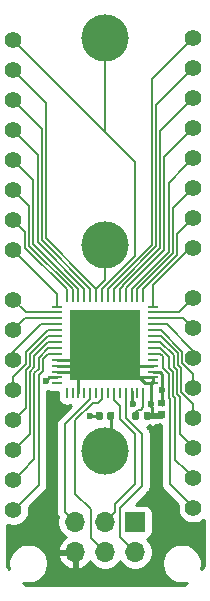
<source format=gbr>
G04 #@! TF.GenerationSoftware,KiCad,Pcbnew,5.1.5-52549c5~84~ubuntu18.04.1*
G04 #@! TF.CreationDate,2020-01-13T22:36:15-08:00*
G04 #@! TF.ProjectId,somos_wristband_1.0,736f6d6f-735f-4777-9269-737462616e64,rev?*
G04 #@! TF.SameCoordinates,Original*
G04 #@! TF.FileFunction,Copper,L1,Top*
G04 #@! TF.FilePolarity,Positive*
%FSLAX46Y46*%
G04 Gerber Fmt 4.6, Leading zero omitted, Abs format (unit mm)*
G04 Created by KiCad (PCBNEW 5.1.5-52549c5~84~ubuntu18.04.1) date 2020-01-13 22:36:15*
%MOMM*%
%LPD*%
G04 APERTURE LIST*
%ADD10C,4.000000*%
%ADD11C,1.400000*%
%ADD12C,0.100000*%
%ADD13R,6.000000X6.000000*%
%ADD14R,0.900000X0.250000*%
%ADD15R,0.250000X0.900000*%
%ADD16O,1.700000X1.700000*%
%ADD17R,1.700000X1.700000*%
%ADD18C,0.600000*%
%ADD19C,0.250000*%
%ADD20C,0.200000*%
%ADD21C,0.254000*%
G04 APERTURE END LIST*
D10*
X150000000Y-118000000D03*
D11*
X142240000Y-105220000D03*
X142240000Y-107760000D03*
X142240000Y-110300000D03*
X142240000Y-112840000D03*
X142240000Y-115380000D03*
X142240000Y-117920000D03*
X142240000Y-120460000D03*
X142240000Y-123000000D03*
G04 #@! TA.AperFunction,SMDPad,CuDef*
D12*
G36*
X153731958Y-114680710D02*
G01*
X153746276Y-114682834D01*
X153760317Y-114686351D01*
X153773946Y-114691228D01*
X153787031Y-114697417D01*
X153799447Y-114704858D01*
X153811073Y-114713481D01*
X153821798Y-114723202D01*
X153831519Y-114733927D01*
X153840142Y-114745553D01*
X153847583Y-114757969D01*
X153853772Y-114771054D01*
X153858649Y-114784683D01*
X153862166Y-114798724D01*
X153864290Y-114813042D01*
X153865000Y-114827500D01*
X153865000Y-115172500D01*
X153864290Y-115186958D01*
X153862166Y-115201276D01*
X153858649Y-115215317D01*
X153853772Y-115228946D01*
X153847583Y-115242031D01*
X153840142Y-115254447D01*
X153831519Y-115266073D01*
X153821798Y-115276798D01*
X153811073Y-115286519D01*
X153799447Y-115295142D01*
X153787031Y-115302583D01*
X153773946Y-115308772D01*
X153760317Y-115313649D01*
X153746276Y-115317166D01*
X153731958Y-115319290D01*
X153717500Y-115320000D01*
X153422500Y-115320000D01*
X153408042Y-115319290D01*
X153393724Y-115317166D01*
X153379683Y-115313649D01*
X153366054Y-115308772D01*
X153352969Y-115302583D01*
X153340553Y-115295142D01*
X153328927Y-115286519D01*
X153318202Y-115276798D01*
X153308481Y-115266073D01*
X153299858Y-115254447D01*
X153292417Y-115242031D01*
X153286228Y-115228946D01*
X153281351Y-115215317D01*
X153277834Y-115201276D01*
X153275710Y-115186958D01*
X153275000Y-115172500D01*
X153275000Y-114827500D01*
X153275710Y-114813042D01*
X153277834Y-114798724D01*
X153281351Y-114784683D01*
X153286228Y-114771054D01*
X153292417Y-114757969D01*
X153299858Y-114745553D01*
X153308481Y-114733927D01*
X153318202Y-114723202D01*
X153328927Y-114713481D01*
X153340553Y-114704858D01*
X153352969Y-114697417D01*
X153366054Y-114691228D01*
X153379683Y-114686351D01*
X153393724Y-114682834D01*
X153408042Y-114680710D01*
X153422500Y-114680000D01*
X153717500Y-114680000D01*
X153731958Y-114680710D01*
G37*
G04 #@! TD.AperFunction*
G04 #@! TA.AperFunction,SMDPad,CuDef*
G36*
X152761958Y-114680710D02*
G01*
X152776276Y-114682834D01*
X152790317Y-114686351D01*
X152803946Y-114691228D01*
X152817031Y-114697417D01*
X152829447Y-114704858D01*
X152841073Y-114713481D01*
X152851798Y-114723202D01*
X152861519Y-114733927D01*
X152870142Y-114745553D01*
X152877583Y-114757969D01*
X152883772Y-114771054D01*
X152888649Y-114784683D01*
X152892166Y-114798724D01*
X152894290Y-114813042D01*
X152895000Y-114827500D01*
X152895000Y-115172500D01*
X152894290Y-115186958D01*
X152892166Y-115201276D01*
X152888649Y-115215317D01*
X152883772Y-115228946D01*
X152877583Y-115242031D01*
X152870142Y-115254447D01*
X152861519Y-115266073D01*
X152851798Y-115276798D01*
X152841073Y-115286519D01*
X152829447Y-115295142D01*
X152817031Y-115302583D01*
X152803946Y-115308772D01*
X152790317Y-115313649D01*
X152776276Y-115317166D01*
X152761958Y-115319290D01*
X152747500Y-115320000D01*
X152452500Y-115320000D01*
X152438042Y-115319290D01*
X152423724Y-115317166D01*
X152409683Y-115313649D01*
X152396054Y-115308772D01*
X152382969Y-115302583D01*
X152370553Y-115295142D01*
X152358927Y-115286519D01*
X152348202Y-115276798D01*
X152338481Y-115266073D01*
X152329858Y-115254447D01*
X152322417Y-115242031D01*
X152316228Y-115228946D01*
X152311351Y-115215317D01*
X152307834Y-115201276D01*
X152305710Y-115186958D01*
X152305000Y-115172500D01*
X152305000Y-114827500D01*
X152305710Y-114813042D01*
X152307834Y-114798724D01*
X152311351Y-114784683D01*
X152316228Y-114771054D01*
X152322417Y-114757969D01*
X152329858Y-114745553D01*
X152338481Y-114733927D01*
X152348202Y-114723202D01*
X152358927Y-114713481D01*
X152370553Y-114704858D01*
X152382969Y-114697417D01*
X152396054Y-114691228D01*
X152409683Y-114686351D01*
X152423724Y-114682834D01*
X152438042Y-114680710D01*
X152452500Y-114680000D01*
X152747500Y-114680000D01*
X152761958Y-114680710D01*
G37*
G04 #@! TD.AperFunction*
D10*
X150000000Y-83000000D03*
D13*
X150000000Y-109000000D03*
D14*
X154050000Y-105750000D03*
X154050000Y-106250000D03*
X154050000Y-106750000D03*
X154050000Y-107250000D03*
X154050000Y-107750000D03*
X154050000Y-108250000D03*
X154050000Y-108750000D03*
X154050000Y-109250000D03*
X154050000Y-109750000D03*
X154050000Y-110250000D03*
X154050000Y-110750000D03*
X154050000Y-111250000D03*
X154050000Y-111750000D03*
X154050000Y-112250000D03*
X145950000Y-112250000D03*
X145950000Y-111750000D03*
X145950000Y-111250000D03*
X145950000Y-110750000D03*
X145950000Y-110250000D03*
X145950000Y-109750000D03*
X145950000Y-109250000D03*
X145950000Y-108750000D03*
X145950000Y-108250000D03*
X145950000Y-107750000D03*
X145950000Y-107250000D03*
X145950000Y-106750000D03*
X145950000Y-106250000D03*
X145950000Y-105750000D03*
D15*
X153250000Y-113050000D03*
X152750000Y-113050000D03*
X152250000Y-113050000D03*
X151750000Y-113050000D03*
X151250000Y-113050000D03*
X150750000Y-113050000D03*
X150250000Y-113050000D03*
X149750000Y-113050000D03*
X149250000Y-113050000D03*
X148750000Y-113050000D03*
X148250000Y-113050000D03*
X147750000Y-113050000D03*
X147250000Y-113050000D03*
X146750000Y-113050000D03*
X146750000Y-104950000D03*
X147250000Y-104950000D03*
X147750000Y-104950000D03*
X148250000Y-104950000D03*
X148750000Y-104950000D03*
X149250000Y-104950000D03*
X149750000Y-104950000D03*
X150250000Y-104950000D03*
X150750000Y-104950000D03*
X151250000Y-104950000D03*
X151750000Y-104950000D03*
X152250000Y-104950000D03*
X152750000Y-104950000D03*
X153250000Y-104950000D03*
D10*
X150000000Y-100500000D03*
G04 #@! TA.AperFunction,SMDPad,CuDef*
D12*
G36*
X150646958Y-114680710D02*
G01*
X150661276Y-114682834D01*
X150675317Y-114686351D01*
X150688946Y-114691228D01*
X150702031Y-114697417D01*
X150714447Y-114704858D01*
X150726073Y-114713481D01*
X150736798Y-114723202D01*
X150746519Y-114733927D01*
X150755142Y-114745553D01*
X150762583Y-114757969D01*
X150768772Y-114771054D01*
X150773649Y-114784683D01*
X150777166Y-114798724D01*
X150779290Y-114813042D01*
X150780000Y-114827500D01*
X150780000Y-115172500D01*
X150779290Y-115186958D01*
X150777166Y-115201276D01*
X150773649Y-115215317D01*
X150768772Y-115228946D01*
X150762583Y-115242031D01*
X150755142Y-115254447D01*
X150746519Y-115266073D01*
X150736798Y-115276798D01*
X150726073Y-115286519D01*
X150714447Y-115295142D01*
X150702031Y-115302583D01*
X150688946Y-115308772D01*
X150675317Y-115313649D01*
X150661276Y-115317166D01*
X150646958Y-115319290D01*
X150632500Y-115320000D01*
X150337500Y-115320000D01*
X150323042Y-115319290D01*
X150308724Y-115317166D01*
X150294683Y-115313649D01*
X150281054Y-115308772D01*
X150267969Y-115302583D01*
X150255553Y-115295142D01*
X150243927Y-115286519D01*
X150233202Y-115276798D01*
X150223481Y-115266073D01*
X150214858Y-115254447D01*
X150207417Y-115242031D01*
X150201228Y-115228946D01*
X150196351Y-115215317D01*
X150192834Y-115201276D01*
X150190710Y-115186958D01*
X150190000Y-115172500D01*
X150190000Y-114827500D01*
X150190710Y-114813042D01*
X150192834Y-114798724D01*
X150196351Y-114784683D01*
X150201228Y-114771054D01*
X150207417Y-114757969D01*
X150214858Y-114745553D01*
X150223481Y-114733927D01*
X150233202Y-114723202D01*
X150243927Y-114713481D01*
X150255553Y-114704858D01*
X150267969Y-114697417D01*
X150281054Y-114691228D01*
X150294683Y-114686351D01*
X150308724Y-114682834D01*
X150323042Y-114680710D01*
X150337500Y-114680000D01*
X150632500Y-114680000D01*
X150646958Y-114680710D01*
G37*
G04 #@! TD.AperFunction*
G04 #@! TA.AperFunction,SMDPad,CuDef*
G36*
X149676958Y-114680710D02*
G01*
X149691276Y-114682834D01*
X149705317Y-114686351D01*
X149718946Y-114691228D01*
X149732031Y-114697417D01*
X149744447Y-114704858D01*
X149756073Y-114713481D01*
X149766798Y-114723202D01*
X149776519Y-114733927D01*
X149785142Y-114745553D01*
X149792583Y-114757969D01*
X149798772Y-114771054D01*
X149803649Y-114784683D01*
X149807166Y-114798724D01*
X149809290Y-114813042D01*
X149810000Y-114827500D01*
X149810000Y-115172500D01*
X149809290Y-115186958D01*
X149807166Y-115201276D01*
X149803649Y-115215317D01*
X149798772Y-115228946D01*
X149792583Y-115242031D01*
X149785142Y-115254447D01*
X149776519Y-115266073D01*
X149766798Y-115276798D01*
X149756073Y-115286519D01*
X149744447Y-115295142D01*
X149732031Y-115302583D01*
X149718946Y-115308772D01*
X149705317Y-115313649D01*
X149691276Y-115317166D01*
X149676958Y-115319290D01*
X149662500Y-115320000D01*
X149367500Y-115320000D01*
X149353042Y-115319290D01*
X149338724Y-115317166D01*
X149324683Y-115313649D01*
X149311054Y-115308772D01*
X149297969Y-115302583D01*
X149285553Y-115295142D01*
X149273927Y-115286519D01*
X149263202Y-115276798D01*
X149253481Y-115266073D01*
X149244858Y-115254447D01*
X149237417Y-115242031D01*
X149231228Y-115228946D01*
X149226351Y-115215317D01*
X149222834Y-115201276D01*
X149220710Y-115186958D01*
X149220000Y-115172500D01*
X149220000Y-114827500D01*
X149220710Y-114813042D01*
X149222834Y-114798724D01*
X149226351Y-114784683D01*
X149231228Y-114771054D01*
X149237417Y-114757969D01*
X149244858Y-114745553D01*
X149253481Y-114733927D01*
X149263202Y-114723202D01*
X149273927Y-114713481D01*
X149285553Y-114704858D01*
X149297969Y-114697417D01*
X149311054Y-114691228D01*
X149324683Y-114686351D01*
X149338724Y-114682834D01*
X149353042Y-114680710D01*
X149367500Y-114680000D01*
X149662500Y-114680000D01*
X149676958Y-114680710D01*
G37*
G04 #@! TD.AperFunction*
G04 #@! TA.AperFunction,SMDPad,CuDef*
G36*
X154986958Y-113620710D02*
G01*
X155001276Y-113622834D01*
X155015317Y-113626351D01*
X155028946Y-113631228D01*
X155042031Y-113637417D01*
X155054447Y-113644858D01*
X155066073Y-113653481D01*
X155076798Y-113663202D01*
X155086519Y-113673927D01*
X155095142Y-113685553D01*
X155102583Y-113697969D01*
X155108772Y-113711054D01*
X155113649Y-113724683D01*
X155117166Y-113738724D01*
X155119290Y-113753042D01*
X155120000Y-113767500D01*
X155120000Y-114062500D01*
X155119290Y-114076958D01*
X155117166Y-114091276D01*
X155113649Y-114105317D01*
X155108772Y-114118946D01*
X155102583Y-114132031D01*
X155095142Y-114144447D01*
X155086519Y-114156073D01*
X155076798Y-114166798D01*
X155066073Y-114176519D01*
X155054447Y-114185142D01*
X155042031Y-114192583D01*
X155028946Y-114198772D01*
X155015317Y-114203649D01*
X155001276Y-114207166D01*
X154986958Y-114209290D01*
X154972500Y-114210000D01*
X154627500Y-114210000D01*
X154613042Y-114209290D01*
X154598724Y-114207166D01*
X154584683Y-114203649D01*
X154571054Y-114198772D01*
X154557969Y-114192583D01*
X154545553Y-114185142D01*
X154533927Y-114176519D01*
X154523202Y-114166798D01*
X154513481Y-114156073D01*
X154504858Y-114144447D01*
X154497417Y-114132031D01*
X154491228Y-114118946D01*
X154486351Y-114105317D01*
X154482834Y-114091276D01*
X154480710Y-114076958D01*
X154480000Y-114062500D01*
X154480000Y-113767500D01*
X154480710Y-113753042D01*
X154482834Y-113738724D01*
X154486351Y-113724683D01*
X154491228Y-113711054D01*
X154497417Y-113697969D01*
X154504858Y-113685553D01*
X154513481Y-113673927D01*
X154523202Y-113663202D01*
X154533927Y-113653481D01*
X154545553Y-113644858D01*
X154557969Y-113637417D01*
X154571054Y-113631228D01*
X154584683Y-113626351D01*
X154598724Y-113622834D01*
X154613042Y-113620710D01*
X154627500Y-113620000D01*
X154972500Y-113620000D01*
X154986958Y-113620710D01*
G37*
G04 #@! TD.AperFunction*
G04 #@! TA.AperFunction,SMDPad,CuDef*
G36*
X154986958Y-114590710D02*
G01*
X155001276Y-114592834D01*
X155015317Y-114596351D01*
X155028946Y-114601228D01*
X155042031Y-114607417D01*
X155054447Y-114614858D01*
X155066073Y-114623481D01*
X155076798Y-114633202D01*
X155086519Y-114643927D01*
X155095142Y-114655553D01*
X155102583Y-114667969D01*
X155108772Y-114681054D01*
X155113649Y-114694683D01*
X155117166Y-114708724D01*
X155119290Y-114723042D01*
X155120000Y-114737500D01*
X155120000Y-115032500D01*
X155119290Y-115046958D01*
X155117166Y-115061276D01*
X155113649Y-115075317D01*
X155108772Y-115088946D01*
X155102583Y-115102031D01*
X155095142Y-115114447D01*
X155086519Y-115126073D01*
X155076798Y-115136798D01*
X155066073Y-115146519D01*
X155054447Y-115155142D01*
X155042031Y-115162583D01*
X155028946Y-115168772D01*
X155015317Y-115173649D01*
X155001276Y-115177166D01*
X154986958Y-115179290D01*
X154972500Y-115180000D01*
X154627500Y-115180000D01*
X154613042Y-115179290D01*
X154598724Y-115177166D01*
X154584683Y-115173649D01*
X154571054Y-115168772D01*
X154557969Y-115162583D01*
X154545553Y-115155142D01*
X154533927Y-115146519D01*
X154523202Y-115136798D01*
X154513481Y-115126073D01*
X154504858Y-115114447D01*
X154497417Y-115102031D01*
X154491228Y-115088946D01*
X154486351Y-115075317D01*
X154482834Y-115061276D01*
X154480710Y-115046958D01*
X154480000Y-115032500D01*
X154480000Y-114737500D01*
X154480710Y-114723042D01*
X154482834Y-114708724D01*
X154486351Y-114694683D01*
X154491228Y-114681054D01*
X154497417Y-114667969D01*
X154504858Y-114655553D01*
X154513481Y-114643927D01*
X154523202Y-114633202D01*
X154533927Y-114623481D01*
X154545553Y-114614858D01*
X154557969Y-114607417D01*
X154571054Y-114601228D01*
X154584683Y-114596351D01*
X154598724Y-114592834D01*
X154613042Y-114590710D01*
X154627500Y-114590000D01*
X154972500Y-114590000D01*
X154986958Y-114590710D01*
G37*
G04 #@! TD.AperFunction*
D16*
X147460000Y-126540000D03*
X147460000Y-124000000D03*
X150000000Y-126540000D03*
X150000000Y-124000000D03*
X152540000Y-126540000D03*
D17*
X152540000Y-124000000D03*
D11*
X142240000Y-83220000D03*
X142240000Y-85760000D03*
X142240000Y-88300000D03*
X142240000Y-90840000D03*
X142240000Y-93380000D03*
X142240000Y-95920000D03*
X142240000Y-98460000D03*
X142240000Y-101000000D03*
X157480000Y-100780000D03*
X157480000Y-98240000D03*
X157480000Y-95700000D03*
X157480000Y-93160000D03*
X157480000Y-90620000D03*
X157480000Y-88080000D03*
X157480000Y-85540000D03*
X157480000Y-83000000D03*
X157480000Y-122780000D03*
X157480000Y-120240000D03*
X157480000Y-117700000D03*
X157480000Y-115160000D03*
X157480000Y-112620000D03*
X157480000Y-110080000D03*
X157480000Y-107540000D03*
X157480000Y-105000000D03*
D18*
X152350000Y-114000000D03*
X144970500Y-112014000D03*
X148718351Y-115020192D03*
X154798957Y-112800000D03*
X150000000Y-109000000D03*
X148000000Y-107000000D03*
X150000000Y-109000000D03*
X152000000Y-107000000D03*
X152000000Y-111000000D03*
X148000000Y-111000000D03*
X153860500Y-113982500D03*
D19*
X152250000Y-112950000D02*
X152299999Y-112900001D01*
X152250000Y-113050000D02*
X152250000Y-112950000D01*
X152250000Y-113050000D02*
X152250000Y-113900000D01*
X152250000Y-113900000D02*
X152350000Y-114000000D01*
X145950000Y-111750000D02*
X145234500Y-111750000D01*
X145234500Y-111750000D02*
X144970500Y-112014000D01*
X149515000Y-115000000D02*
X148738543Y-115000000D01*
X148738543Y-115000000D02*
X148718351Y-115020192D01*
X154798957Y-114113957D02*
X154798957Y-113224264D01*
X154798957Y-113224264D02*
X154798957Y-112800000D01*
X154800000Y-114115000D02*
X154798957Y-114113957D01*
X154050000Y-111250000D02*
X154627296Y-111250000D01*
X154825001Y-111447705D02*
X154825001Y-112773956D01*
X154825001Y-112773956D02*
X154798957Y-112800000D01*
X154627296Y-111250000D02*
X154825001Y-111447705D01*
X154050000Y-111750000D02*
X154050000Y-112250000D01*
X150485000Y-117515000D02*
X150485000Y-115000000D01*
X150000000Y-118000000D02*
X150485000Y-117515000D01*
X150000000Y-109000000D02*
X152000000Y-107000000D01*
X150000000Y-109000000D02*
X152000000Y-111000000D01*
X150000000Y-109000000D02*
X148000000Y-111000000D01*
X148250000Y-110750000D02*
X150000000Y-109000000D01*
X145950000Y-110750000D02*
X148250000Y-110750000D01*
X148750000Y-110250000D02*
X150000000Y-109000000D01*
X145950000Y-110250000D02*
X148750000Y-110250000D01*
X147750000Y-111250000D02*
X148000000Y-111000000D01*
X145950000Y-111250000D02*
X147750000Y-111250000D01*
X147750000Y-111250000D02*
X150000000Y-109000000D01*
X147750000Y-113050000D02*
X147750000Y-111250000D01*
X151750000Y-110750000D02*
X150000000Y-109000000D01*
X154050000Y-110750000D02*
X151750000Y-110750000D01*
X152750000Y-111750000D02*
X150000000Y-109000000D01*
X154050000Y-111750000D02*
X152750000Y-111750000D01*
X150100000Y-109000000D02*
X150000000Y-109000000D01*
X153350000Y-112250000D02*
X150100000Y-109000000D01*
X154050000Y-112250000D02*
X153350000Y-112250000D01*
X153865000Y-115000000D02*
X153570000Y-115000000D01*
X153985000Y-114880000D02*
X153865000Y-115000000D01*
X154190000Y-115085000D02*
X154800000Y-115085000D01*
X153985000Y-114880000D02*
X154190000Y-115085000D01*
X153985000Y-114500000D02*
X153985000Y-114880000D01*
X153860500Y-113982500D02*
X153985000Y-114500000D01*
X153860500Y-112458500D02*
X153985000Y-112015000D01*
X153860500Y-113982500D02*
X153860500Y-112458500D01*
D20*
X153250000Y-114265000D02*
X153250000Y-113050000D01*
X153015000Y-114500000D02*
X153250000Y-114265000D01*
X152600000Y-114680000D02*
X152600000Y-115000000D01*
X152780000Y-114500000D02*
X152600000Y-114680000D01*
X153015000Y-114500000D02*
X152780000Y-114500000D01*
X151750000Y-115150000D02*
X153163410Y-116563410D01*
X151750000Y-113050000D02*
X151750000Y-115150000D01*
X153163410Y-116563410D02*
X153163410Y-120902590D01*
X153163410Y-120902590D02*
X151300009Y-122765991D01*
X151300009Y-122765991D02*
X151300009Y-125300009D01*
X151690001Y-125690001D02*
X152540000Y-126540000D01*
X151300009Y-125300009D02*
X151690001Y-125690001D01*
X150849999Y-123150001D02*
X150849999Y-122454001D01*
X150750000Y-113700000D02*
X150750000Y-113050000D01*
X151257000Y-114207000D02*
X150750000Y-113700000D01*
X150849999Y-122454001D02*
X152527000Y-120777000D01*
X150000000Y-124000000D02*
X150849999Y-123150001D01*
X152527000Y-120777000D02*
X152527000Y-116527000D01*
X152527000Y-116527000D02*
X151257000Y-115257000D01*
X151257000Y-115257000D02*
X151257000Y-114207000D01*
X149150001Y-125690001D02*
X150000000Y-126540000D01*
X148824999Y-122916999D02*
X148824999Y-125364999D01*
X147500000Y-121592000D02*
X148824999Y-122916999D01*
X147500000Y-115390000D02*
X147500000Y-121592000D01*
X148971000Y-113919000D02*
X147500000Y-115390000D01*
X148824999Y-125364999D02*
X149150001Y-125690001D01*
X149406002Y-113919000D02*
X148971000Y-113919000D01*
X149750000Y-113050000D02*
X149750000Y-113575002D01*
X149750000Y-113575002D02*
X149406002Y-113919000D01*
X148750000Y-113555010D02*
X148750000Y-113050000D01*
X146610001Y-115695009D02*
X148750000Y-113555010D01*
X146610001Y-123150001D02*
X146610001Y-115695009D01*
X147460000Y-124000000D02*
X146610001Y-123150001D01*
X144370498Y-120869502D02*
X142939999Y-122300001D01*
X145950000Y-109750000D02*
X145202500Y-109750000D01*
X142939999Y-122300001D02*
X142240000Y-123000000D01*
X145202500Y-109750000D02*
X144739540Y-110212960D01*
X144739540Y-110212960D02*
X144739540Y-111186425D01*
X144739540Y-111186425D02*
X144370498Y-111555464D01*
X144370498Y-111555464D02*
X144370498Y-120869502D01*
X144015487Y-118684513D02*
X142939999Y-119760001D01*
X144384529Y-111039375D02*
X144015487Y-111408414D01*
X145950000Y-109250000D02*
X145200439Y-109250000D01*
X144384529Y-110065910D02*
X144384529Y-111039375D01*
X145200439Y-109250000D02*
X144384529Y-110065910D01*
X144015487Y-111408414D02*
X144015487Y-118684513D01*
X142939999Y-119760001D02*
X142240000Y-120460000D01*
X145950000Y-108750000D02*
X145198378Y-108750000D01*
X142939999Y-117220001D02*
X142240000Y-117920000D01*
X143660476Y-111261364D02*
X143660476Y-116499524D01*
X144029518Y-109918860D02*
X144029518Y-110892324D01*
X144029518Y-110892324D02*
X143660476Y-111261364D01*
X143660476Y-116499524D02*
X142939999Y-117220001D01*
X145198378Y-108750000D02*
X144029518Y-109918860D01*
X142939999Y-114680001D02*
X142240000Y-115380000D01*
X143305465Y-111114314D02*
X143305465Y-114314535D01*
X143305465Y-114314535D02*
X142939999Y-114680001D01*
X143674507Y-110745273D02*
X143305465Y-111114314D01*
X143674507Y-109771810D02*
X143674507Y-110745273D01*
X145950000Y-108250000D02*
X145196317Y-108250000D01*
X145196317Y-108250000D02*
X143674507Y-109771810D01*
X145950000Y-107750000D02*
X145194256Y-107750000D01*
X143319496Y-110598223D02*
X142240000Y-111677719D01*
X145194256Y-107750000D02*
X143319496Y-109624760D01*
X143319496Y-109624760D02*
X143319496Y-110598223D01*
X142240000Y-111850051D02*
X142240000Y-112840000D01*
X142240000Y-111677719D02*
X142240000Y-111850051D01*
X144613589Y-107250000D02*
X142240000Y-109623589D01*
X142240000Y-109623589D02*
X142240000Y-110300000D01*
X145950000Y-107250000D02*
X144613589Y-107250000D01*
X143250000Y-106750000D02*
X142240000Y-107760000D01*
X145950000Y-106750000D02*
X143250000Y-106750000D01*
X143270000Y-106250000D02*
X142240000Y-105220000D01*
X145950000Y-106250000D02*
X143270000Y-106250000D01*
X147000000Y-87980000D02*
X142240000Y-83220000D01*
X150000000Y-90980000D02*
X147000000Y-87980000D01*
X150000000Y-90980000D02*
X150000000Y-83000000D01*
X149750000Y-104950000D02*
X149750000Y-104256788D01*
X150474945Y-103509071D02*
X152500000Y-101484016D01*
X152500000Y-101484016D02*
X152500000Y-93480000D01*
X150474945Y-103531843D02*
X150474945Y-103509071D01*
X152500000Y-93480000D02*
X150000000Y-90980000D01*
X149750000Y-104256788D02*
X150474945Y-103531843D01*
X149250000Y-104950000D02*
X149250000Y-104250002D01*
X150000000Y-103500000D02*
X150000000Y-100000000D01*
X149250000Y-104250002D02*
X149250000Y-104250000D01*
X149250000Y-104250000D02*
X150000000Y-103500000D01*
X149250000Y-104250002D02*
X149250000Y-104242929D01*
X148507072Y-103500001D02*
X148499999Y-103500001D01*
X149250000Y-104242929D02*
X148507072Y-103500001D01*
X142939999Y-86459999D02*
X142240000Y-85760000D01*
X145000000Y-88520000D02*
X142939999Y-86459999D01*
X148500000Y-103478500D02*
X145000000Y-99978500D01*
X148500000Y-103500000D02*
X148500000Y-103478500D01*
X145000000Y-99978500D02*
X145000000Y-88520000D01*
X148750000Y-104950000D02*
X148750000Y-104252061D01*
X148750000Y-104252061D02*
X144644989Y-100147050D01*
X144644989Y-100147050D02*
X144644989Y-90704989D01*
X144644989Y-90704989D02*
X142939999Y-88999999D01*
X142939999Y-88999999D02*
X142240000Y-88300000D01*
X148250000Y-104254122D02*
X144289978Y-100294100D01*
X144289978Y-100294100D02*
X144289978Y-92889978D01*
X142939999Y-91539999D02*
X142240000Y-90840000D01*
X144289978Y-92889978D02*
X142939999Y-91539999D01*
X148250000Y-104950000D02*
X148250000Y-104254122D01*
X147750000Y-104256182D02*
X143934967Y-100441149D01*
X142939999Y-94079999D02*
X142240000Y-93380000D01*
X143934967Y-95074967D02*
X142939999Y-94079999D01*
X143934967Y-100441149D02*
X143934967Y-95074967D01*
X147750000Y-104950000D02*
X147750000Y-104256182D01*
X147250000Y-104950000D02*
X147250000Y-104258245D01*
X142939999Y-96619999D02*
X142240000Y-95920000D01*
X143579956Y-100588201D02*
X143579956Y-97259956D01*
X147250000Y-104258245D02*
X143579956Y-100588201D01*
X143579956Y-97259956D02*
X142939999Y-96619999D01*
X146750000Y-104300000D02*
X143224945Y-100774945D01*
X142939999Y-99159999D02*
X142240000Y-98460000D01*
X143224945Y-100774945D02*
X143224945Y-99444945D01*
X143224945Y-99444945D02*
X142939999Y-99159999D01*
X146750000Y-104950000D02*
X146750000Y-104300000D01*
X145950000Y-105750000D02*
X145950000Y-104710000D01*
X145950000Y-104710000D02*
X142939999Y-101699999D01*
X142939999Y-101699999D02*
X142240000Y-101000000D01*
X150250000Y-104950000D02*
X150250000Y-104258849D01*
X150250000Y-104258849D02*
X150829956Y-103678893D01*
X150829956Y-103656126D02*
X153970000Y-100516082D01*
X150829956Y-103678893D02*
X150829956Y-103656126D01*
X153970000Y-100516082D02*
X153970000Y-86510000D01*
X153970000Y-86510000D02*
X156780001Y-83699999D01*
X156780001Y-83699999D02*
X157480000Y-83000000D01*
X151184967Y-103803175D02*
X154325011Y-100663131D01*
X154325011Y-88694989D02*
X156780001Y-86239999D01*
X154325011Y-100663131D02*
X154325011Y-88694989D01*
X156780001Y-86239999D02*
X157480000Y-85540000D01*
X150750000Y-104260910D02*
X151184967Y-103825943D01*
X150750000Y-104950000D02*
X150750000Y-104260910D01*
X151184967Y-103825943D02*
X151184967Y-103803175D01*
X151539978Y-103950223D02*
X154680022Y-100810179D01*
X156780001Y-88779999D02*
X157480000Y-88080000D01*
X151250000Y-104950000D02*
X151250000Y-104262970D01*
X151539978Y-103972992D02*
X151539978Y-103950223D01*
X151250000Y-104262970D02*
X151539978Y-103972992D01*
X154680022Y-90879978D02*
X156780001Y-88779999D01*
X154680022Y-100810179D02*
X154680022Y-90879978D01*
X155035033Y-100957227D02*
X155035033Y-93064967D01*
X151750000Y-104265030D02*
X151894989Y-104120041D01*
X151750000Y-104950000D02*
X151750000Y-104265030D01*
X155035033Y-93064967D02*
X156780001Y-91319999D01*
X151894989Y-104097271D02*
X155035033Y-100957227D01*
X151894989Y-104120041D02*
X151894989Y-104097271D01*
X156780001Y-91319999D02*
X157480000Y-90620000D01*
X152250000Y-104950000D02*
X152250000Y-104244320D01*
X155390044Y-101104276D02*
X155390044Y-95249956D01*
X152250000Y-104244320D02*
X155390044Y-101104276D01*
X156780001Y-93859999D02*
X157480000Y-93160000D01*
X155390044Y-95249956D02*
X156780001Y-93859999D01*
X155745055Y-101251325D02*
X155745055Y-97434945D01*
X156780001Y-96399999D02*
X157480000Y-95700000D01*
X152750000Y-104950000D02*
X152750000Y-104246380D01*
X152750000Y-104246380D02*
X155745055Y-101251325D01*
X155745055Y-97434945D02*
X156780001Y-96399999D01*
X156100066Y-101398374D02*
X156100066Y-99619934D01*
X153250000Y-104950000D02*
X153250000Y-104248440D01*
X153250000Y-104248440D02*
X156100066Y-101398374D01*
X156780001Y-98939999D02*
X157480000Y-98240000D01*
X156100066Y-99619934D02*
X156780001Y-98939999D01*
X157220500Y-100780000D02*
X157480000Y-100780000D01*
X154050000Y-103950500D02*
X157220500Y-100780000D01*
X154050000Y-105750000D02*
X154050000Y-103950500D01*
X155479969Y-113539554D02*
X155479969Y-120779969D01*
X155398967Y-111420615D02*
X155398967Y-113458552D01*
X154916959Y-110921331D02*
X155104957Y-111109329D01*
X156780001Y-122080001D02*
X157480000Y-122780000D01*
X154050000Y-109750000D02*
X154691762Y-109750000D01*
X155104957Y-111109329D02*
X155104958Y-111126607D01*
X154916959Y-109975197D02*
X154916959Y-110921331D01*
X155104958Y-111126607D02*
X155398967Y-111420615D01*
X155398967Y-113458552D02*
X155479969Y-113539554D01*
X155479969Y-120779969D02*
X156780001Y-122080001D01*
X154691762Y-109750000D02*
X154916959Y-109975197D01*
X154693822Y-109250000D02*
X155459968Y-110016146D01*
X156780001Y-119540001D02*
X157480000Y-120240000D01*
X155753978Y-111273564D02*
X155753978Y-113311502D01*
X155459968Y-110979555D02*
X155753978Y-111273564D01*
X155753978Y-113311502D02*
X155950011Y-113507535D01*
X155459968Y-110016146D02*
X155459968Y-110979555D01*
X155950011Y-113507535D02*
X155950011Y-118710011D01*
X155950011Y-118710011D02*
X156780001Y-119540001D01*
X154050000Y-109250000D02*
X154693822Y-109250000D01*
X154050000Y-108750000D02*
X154695882Y-108750000D01*
X154695882Y-108750000D02*
X155814977Y-109869095D01*
X155814977Y-109869095D02*
X155814978Y-110832503D01*
X156108989Y-113164452D02*
X156350011Y-113405474D01*
X155814978Y-110832503D02*
X156108989Y-111126513D01*
X156350011Y-113405474D02*
X156350011Y-116570011D01*
X156350011Y-116570011D02*
X156780001Y-117000001D01*
X156108989Y-111126513D02*
X156108989Y-113164452D01*
X156780001Y-117000001D02*
X157480000Y-117700000D01*
X154050000Y-108250000D02*
X154700000Y-108250000D01*
X157480000Y-114170051D02*
X157480000Y-115160000D01*
X156464000Y-110979462D02*
X156464000Y-113010002D01*
X154700000Y-108250000D02*
X156169988Y-109719988D01*
X156169988Y-109719988D02*
X156169988Y-110685451D01*
X156169988Y-110685451D02*
X156464000Y-110979462D01*
X157480000Y-114026002D02*
X157480000Y-114170051D01*
X156464000Y-113010002D02*
X157480000Y-114026002D01*
X156524999Y-110538401D02*
X157480000Y-111493402D01*
X157480000Y-111493402D02*
X157480000Y-111630051D01*
X156524999Y-109572940D02*
X156524999Y-110538401D01*
X154050000Y-107750000D02*
X154702059Y-107750000D01*
X154702059Y-107750000D02*
X156524999Y-109572940D01*
X157480000Y-111630051D02*
X157480000Y-112620000D01*
X154050000Y-107250000D02*
X155250000Y-107250000D01*
X157480000Y-109480000D02*
X157480000Y-110080000D01*
X155250000Y-107250000D02*
X157480000Y-109480000D01*
X156630001Y-106690001D02*
X157480000Y-107540000D01*
X154309999Y-106690001D02*
X156630001Y-106690001D01*
X154050000Y-106750000D02*
X154250000Y-106750000D01*
X154250000Y-106750000D02*
X154309999Y-106690001D01*
X156230000Y-106250000D02*
X157480000Y-105000000D01*
X154050000Y-106250000D02*
X156230000Y-106250000D01*
D21*
G36*
X145255820Y-112964502D02*
G01*
X145375518Y-113000812D01*
X145500000Y-113013072D01*
X145986928Y-113013072D01*
X145986928Y-113500000D01*
X145999188Y-113624482D01*
X146035498Y-113744180D01*
X146094463Y-113854494D01*
X146173815Y-113951185D01*
X146270506Y-114030537D01*
X146380820Y-114089502D01*
X146500518Y-114125812D01*
X146625000Y-114138072D01*
X146875000Y-114138072D01*
X146999482Y-114125812D01*
X147000000Y-114125655D01*
X147000518Y-114125812D01*
X147125000Y-114138072D01*
X147127492Y-114138072D01*
X146115809Y-115149755D01*
X146087764Y-115172771D01*
X145995915Y-115284689D01*
X145944970Y-115380000D01*
X145927665Y-115412376D01*
X145885636Y-115550924D01*
X145871445Y-115695009D01*
X145875002Y-115731124D01*
X145875001Y-123113896D01*
X145871445Y-123150001D01*
X145885636Y-123294086D01*
X145888109Y-123302237D01*
X145927664Y-123432633D01*
X145995914Y-123560320D01*
X146026059Y-123597052D01*
X145975000Y-123853740D01*
X145975000Y-124146260D01*
X146032068Y-124433158D01*
X146144010Y-124703411D01*
X146306525Y-124946632D01*
X146513368Y-125153475D01*
X146689406Y-125271100D01*
X146459731Y-125442412D01*
X146264822Y-125658645D01*
X146115843Y-125908748D01*
X146018519Y-126183109D01*
X146139186Y-126413000D01*
X147333000Y-126413000D01*
X147333000Y-126393000D01*
X147587000Y-126393000D01*
X147587000Y-126413000D01*
X147607000Y-126413000D01*
X147607000Y-126667000D01*
X147587000Y-126667000D01*
X147587000Y-127860155D01*
X147816890Y-127981476D01*
X147964099Y-127936825D01*
X148226920Y-127811641D01*
X148460269Y-127637588D01*
X148655178Y-127421355D01*
X148724805Y-127304466D01*
X148846525Y-127486632D01*
X149053368Y-127693475D01*
X149296589Y-127855990D01*
X149566842Y-127967932D01*
X149853740Y-128025000D01*
X150146260Y-128025000D01*
X150433158Y-127967932D01*
X150703411Y-127855990D01*
X150946632Y-127693475D01*
X151153475Y-127486632D01*
X151270000Y-127312240D01*
X151386525Y-127486632D01*
X151593368Y-127693475D01*
X151836589Y-127855990D01*
X152106842Y-127967932D01*
X152393740Y-128025000D01*
X152686260Y-128025000D01*
X152973158Y-127967932D01*
X153243411Y-127855990D01*
X153486632Y-127693475D01*
X153693475Y-127486632D01*
X153855990Y-127243411D01*
X153967932Y-126973158D01*
X154025000Y-126686260D01*
X154025000Y-126393740D01*
X153967932Y-126106842D01*
X153855990Y-125836589D01*
X153693475Y-125593368D01*
X153561620Y-125461513D01*
X153634180Y-125439502D01*
X153744494Y-125380537D01*
X153841185Y-125301185D01*
X153920537Y-125204494D01*
X153979502Y-125094180D01*
X154015812Y-124974482D01*
X154028072Y-124850000D01*
X154028072Y-123150000D01*
X154015812Y-123025518D01*
X153979502Y-122905820D01*
X153920537Y-122795506D01*
X153841185Y-122698815D01*
X153744494Y-122619463D01*
X153634180Y-122560498D01*
X153514482Y-122524188D01*
X153390000Y-122511928D01*
X152593518Y-122511928D01*
X153657603Y-121447844D01*
X153685648Y-121424828D01*
X153777497Y-121312910D01*
X153845747Y-121185223D01*
X153887775Y-121046675D01*
X153898410Y-120938695D01*
X153901966Y-120902590D01*
X153898410Y-120866485D01*
X153898410Y-116599515D01*
X153901966Y-116563410D01*
X153887775Y-116419325D01*
X153845747Y-116280776D01*
X153777497Y-116153090D01*
X153708663Y-116069216D01*
X153708660Y-116069213D01*
X153685647Y-116041172D01*
X153657607Y-116018160D01*
X153594447Y-115955000D01*
X153697002Y-115955000D01*
X153697002Y-115796252D01*
X153855750Y-115955000D01*
X153865000Y-115958072D01*
X153989482Y-115945812D01*
X154109180Y-115909502D01*
X154219494Y-115850537D01*
X154295994Y-115787756D01*
X154355518Y-115805812D01*
X154480000Y-115818072D01*
X154514250Y-115815000D01*
X154672998Y-115656252D01*
X154672998Y-115815000D01*
X154744969Y-115815000D01*
X154744970Y-120743854D01*
X154741413Y-120779969D01*
X154755604Y-120924054D01*
X154792802Y-121046676D01*
X154797633Y-121062602D01*
X154865883Y-121190289D01*
X154957732Y-121302207D01*
X154985777Y-121325223D01*
X156172221Y-122511668D01*
X156145000Y-122648514D01*
X156145000Y-122911486D01*
X156196304Y-123169405D01*
X156296939Y-123412359D01*
X156443038Y-123631013D01*
X156628987Y-123816962D01*
X156847641Y-123963061D01*
X157090595Y-124063696D01*
X157348514Y-124115000D01*
X157611486Y-124115000D01*
X157869405Y-124063696D01*
X158112359Y-123963061D01*
X158331013Y-123816962D01*
X158340000Y-123807975D01*
X158340000Y-127726619D01*
X158131450Y-127935169D01*
X158185000Y-127665958D01*
X158185000Y-127334042D01*
X158120246Y-127008504D01*
X157993228Y-126701853D01*
X157808825Y-126425875D01*
X157574125Y-126191175D01*
X157298147Y-126006772D01*
X156991496Y-125879754D01*
X156665958Y-125815000D01*
X156334042Y-125815000D01*
X156008504Y-125879754D01*
X155701853Y-126006772D01*
X155425875Y-126191175D01*
X155191175Y-126425875D01*
X155006772Y-126701853D01*
X154879754Y-127008504D01*
X154815000Y-127334042D01*
X154815000Y-127665958D01*
X154879754Y-127991496D01*
X155006772Y-128298147D01*
X155191175Y-128574125D01*
X155425875Y-128808825D01*
X155701853Y-128993228D01*
X156008504Y-129120246D01*
X156334042Y-129185000D01*
X156665958Y-129185000D01*
X156935170Y-129131450D01*
X156726620Y-129340000D01*
X143273381Y-129340000D01*
X143064831Y-129131450D01*
X143334042Y-129185000D01*
X143665958Y-129185000D01*
X143991496Y-129120246D01*
X144298147Y-128993228D01*
X144574125Y-128808825D01*
X144808825Y-128574125D01*
X144993228Y-128298147D01*
X145120246Y-127991496D01*
X145185000Y-127665958D01*
X145185000Y-127334042D01*
X145120246Y-127008504D01*
X145074015Y-126896891D01*
X146018519Y-126896891D01*
X146115843Y-127171252D01*
X146264822Y-127421355D01*
X146459731Y-127637588D01*
X146693080Y-127811641D01*
X146955901Y-127936825D01*
X147103110Y-127981476D01*
X147333000Y-127860155D01*
X147333000Y-126667000D01*
X146139186Y-126667000D01*
X146018519Y-126896891D01*
X145074015Y-126896891D01*
X144993228Y-126701853D01*
X144808825Y-126425875D01*
X144574125Y-126191175D01*
X144298147Y-126006772D01*
X143991496Y-125879754D01*
X143665958Y-125815000D01*
X143334042Y-125815000D01*
X143008504Y-125879754D01*
X142701853Y-126006772D01*
X142425875Y-126191175D01*
X142191175Y-126425875D01*
X142006772Y-126701853D01*
X141879754Y-127008504D01*
X141815000Y-127334042D01*
X141815000Y-127665958D01*
X141868550Y-127935170D01*
X141660000Y-127726620D01*
X141660000Y-124204749D01*
X141850595Y-124283696D01*
X142108514Y-124335000D01*
X142371486Y-124335000D01*
X142629405Y-124283696D01*
X142872359Y-124183061D01*
X143091013Y-124036962D01*
X143276962Y-123851013D01*
X143423061Y-123632359D01*
X143523696Y-123389405D01*
X143575000Y-123131486D01*
X143575000Y-122868514D01*
X143547779Y-122731667D01*
X144864691Y-121414756D01*
X144892736Y-121391740D01*
X144984585Y-121279822D01*
X145052835Y-121152135D01*
X145094863Y-121013587D01*
X145098313Y-120978556D01*
X145109054Y-120869503D01*
X145105498Y-120833398D01*
X145105498Y-112940465D01*
X145182278Y-112925192D01*
X145255820Y-112964502D01*
G37*
X145255820Y-112964502D02*
X145375518Y-113000812D01*
X145500000Y-113013072D01*
X145986928Y-113013072D01*
X145986928Y-113500000D01*
X145999188Y-113624482D01*
X146035498Y-113744180D01*
X146094463Y-113854494D01*
X146173815Y-113951185D01*
X146270506Y-114030537D01*
X146380820Y-114089502D01*
X146500518Y-114125812D01*
X146625000Y-114138072D01*
X146875000Y-114138072D01*
X146999482Y-114125812D01*
X147000000Y-114125655D01*
X147000518Y-114125812D01*
X147125000Y-114138072D01*
X147127492Y-114138072D01*
X146115809Y-115149755D01*
X146087764Y-115172771D01*
X145995915Y-115284689D01*
X145944970Y-115380000D01*
X145927665Y-115412376D01*
X145885636Y-115550924D01*
X145871445Y-115695009D01*
X145875002Y-115731124D01*
X145875001Y-123113896D01*
X145871445Y-123150001D01*
X145885636Y-123294086D01*
X145888109Y-123302237D01*
X145927664Y-123432633D01*
X145995914Y-123560320D01*
X146026059Y-123597052D01*
X145975000Y-123853740D01*
X145975000Y-124146260D01*
X146032068Y-124433158D01*
X146144010Y-124703411D01*
X146306525Y-124946632D01*
X146513368Y-125153475D01*
X146689406Y-125271100D01*
X146459731Y-125442412D01*
X146264822Y-125658645D01*
X146115843Y-125908748D01*
X146018519Y-126183109D01*
X146139186Y-126413000D01*
X147333000Y-126413000D01*
X147333000Y-126393000D01*
X147587000Y-126393000D01*
X147587000Y-126413000D01*
X147607000Y-126413000D01*
X147607000Y-126667000D01*
X147587000Y-126667000D01*
X147587000Y-127860155D01*
X147816890Y-127981476D01*
X147964099Y-127936825D01*
X148226920Y-127811641D01*
X148460269Y-127637588D01*
X148655178Y-127421355D01*
X148724805Y-127304466D01*
X148846525Y-127486632D01*
X149053368Y-127693475D01*
X149296589Y-127855990D01*
X149566842Y-127967932D01*
X149853740Y-128025000D01*
X150146260Y-128025000D01*
X150433158Y-127967932D01*
X150703411Y-127855990D01*
X150946632Y-127693475D01*
X151153475Y-127486632D01*
X151270000Y-127312240D01*
X151386525Y-127486632D01*
X151593368Y-127693475D01*
X151836589Y-127855990D01*
X152106842Y-127967932D01*
X152393740Y-128025000D01*
X152686260Y-128025000D01*
X152973158Y-127967932D01*
X153243411Y-127855990D01*
X153486632Y-127693475D01*
X153693475Y-127486632D01*
X153855990Y-127243411D01*
X153967932Y-126973158D01*
X154025000Y-126686260D01*
X154025000Y-126393740D01*
X153967932Y-126106842D01*
X153855990Y-125836589D01*
X153693475Y-125593368D01*
X153561620Y-125461513D01*
X153634180Y-125439502D01*
X153744494Y-125380537D01*
X153841185Y-125301185D01*
X153920537Y-125204494D01*
X153979502Y-125094180D01*
X154015812Y-124974482D01*
X154028072Y-124850000D01*
X154028072Y-123150000D01*
X154015812Y-123025518D01*
X153979502Y-122905820D01*
X153920537Y-122795506D01*
X153841185Y-122698815D01*
X153744494Y-122619463D01*
X153634180Y-122560498D01*
X153514482Y-122524188D01*
X153390000Y-122511928D01*
X152593518Y-122511928D01*
X153657603Y-121447844D01*
X153685648Y-121424828D01*
X153777497Y-121312910D01*
X153845747Y-121185223D01*
X153887775Y-121046675D01*
X153898410Y-120938695D01*
X153901966Y-120902590D01*
X153898410Y-120866485D01*
X153898410Y-116599515D01*
X153901966Y-116563410D01*
X153887775Y-116419325D01*
X153845747Y-116280776D01*
X153777497Y-116153090D01*
X153708663Y-116069216D01*
X153708660Y-116069213D01*
X153685647Y-116041172D01*
X153657607Y-116018160D01*
X153594447Y-115955000D01*
X153697002Y-115955000D01*
X153697002Y-115796252D01*
X153855750Y-115955000D01*
X153865000Y-115958072D01*
X153989482Y-115945812D01*
X154109180Y-115909502D01*
X154219494Y-115850537D01*
X154295994Y-115787756D01*
X154355518Y-115805812D01*
X154480000Y-115818072D01*
X154514250Y-115815000D01*
X154672998Y-115656252D01*
X154672998Y-115815000D01*
X154744969Y-115815000D01*
X154744970Y-120743854D01*
X154741413Y-120779969D01*
X154755604Y-120924054D01*
X154792802Y-121046676D01*
X154797633Y-121062602D01*
X154865883Y-121190289D01*
X154957732Y-121302207D01*
X154985777Y-121325223D01*
X156172221Y-122511668D01*
X156145000Y-122648514D01*
X156145000Y-122911486D01*
X156196304Y-123169405D01*
X156296939Y-123412359D01*
X156443038Y-123631013D01*
X156628987Y-123816962D01*
X156847641Y-123963061D01*
X157090595Y-124063696D01*
X157348514Y-124115000D01*
X157611486Y-124115000D01*
X157869405Y-124063696D01*
X158112359Y-123963061D01*
X158331013Y-123816962D01*
X158340000Y-123807975D01*
X158340000Y-127726619D01*
X158131450Y-127935169D01*
X158185000Y-127665958D01*
X158185000Y-127334042D01*
X158120246Y-127008504D01*
X157993228Y-126701853D01*
X157808825Y-126425875D01*
X157574125Y-126191175D01*
X157298147Y-126006772D01*
X156991496Y-125879754D01*
X156665958Y-125815000D01*
X156334042Y-125815000D01*
X156008504Y-125879754D01*
X155701853Y-126006772D01*
X155425875Y-126191175D01*
X155191175Y-126425875D01*
X155006772Y-126701853D01*
X154879754Y-127008504D01*
X154815000Y-127334042D01*
X154815000Y-127665958D01*
X154879754Y-127991496D01*
X155006772Y-128298147D01*
X155191175Y-128574125D01*
X155425875Y-128808825D01*
X155701853Y-128993228D01*
X156008504Y-129120246D01*
X156334042Y-129185000D01*
X156665958Y-129185000D01*
X156935170Y-129131450D01*
X156726620Y-129340000D01*
X143273381Y-129340000D01*
X143064831Y-129131450D01*
X143334042Y-129185000D01*
X143665958Y-129185000D01*
X143991496Y-129120246D01*
X144298147Y-128993228D01*
X144574125Y-128808825D01*
X144808825Y-128574125D01*
X144993228Y-128298147D01*
X145120246Y-127991496D01*
X145185000Y-127665958D01*
X145185000Y-127334042D01*
X145120246Y-127008504D01*
X145074015Y-126896891D01*
X146018519Y-126896891D01*
X146115843Y-127171252D01*
X146264822Y-127421355D01*
X146459731Y-127637588D01*
X146693080Y-127811641D01*
X146955901Y-127936825D01*
X147103110Y-127981476D01*
X147333000Y-127860155D01*
X147333000Y-126667000D01*
X146139186Y-126667000D01*
X146018519Y-126896891D01*
X145074015Y-126896891D01*
X144993228Y-126701853D01*
X144808825Y-126425875D01*
X144574125Y-126191175D01*
X144298147Y-126006772D01*
X143991496Y-125879754D01*
X143665958Y-125815000D01*
X143334042Y-125815000D01*
X143008504Y-125879754D01*
X142701853Y-126006772D01*
X142425875Y-126191175D01*
X142191175Y-126425875D01*
X142006772Y-126701853D01*
X141879754Y-127008504D01*
X141815000Y-127334042D01*
X141815000Y-127665958D01*
X141868550Y-127935170D01*
X141660000Y-127726620D01*
X141660000Y-124204749D01*
X141850595Y-124283696D01*
X142108514Y-124335000D01*
X142371486Y-124335000D01*
X142629405Y-124283696D01*
X142872359Y-124183061D01*
X143091013Y-124036962D01*
X143276962Y-123851013D01*
X143423061Y-123632359D01*
X143523696Y-123389405D01*
X143575000Y-123131486D01*
X143575000Y-122868514D01*
X143547779Y-122731667D01*
X144864691Y-121414756D01*
X144892736Y-121391740D01*
X144984585Y-121279822D01*
X145052835Y-121152135D01*
X145094863Y-121013587D01*
X145098313Y-120978556D01*
X145109054Y-120869503D01*
X145105498Y-120833398D01*
X145105498Y-112940465D01*
X145182278Y-112925192D01*
X145255820Y-112964502D01*
G36*
X150193748Y-117985858D02*
G01*
X150179605Y-118000000D01*
X150193748Y-118014143D01*
X150014143Y-118193748D01*
X150000000Y-118179605D01*
X149985858Y-118193748D01*
X149806253Y-118014143D01*
X149820395Y-118000000D01*
X149806253Y-117985858D01*
X149985858Y-117806253D01*
X150000000Y-117820395D01*
X150014143Y-117806253D01*
X150193748Y-117985858D01*
G37*
X150193748Y-117985858D02*
X150179605Y-118000000D01*
X150193748Y-118014143D01*
X150014143Y-118193748D01*
X150000000Y-118179605D01*
X149985858Y-118193748D01*
X149806253Y-118014143D01*
X149820395Y-118000000D01*
X149806253Y-117985858D01*
X149985858Y-117806253D01*
X150000000Y-117820395D01*
X150014143Y-117806253D01*
X150193748Y-117985858D01*
G36*
X154474243Y-114832977D02*
G01*
X154584553Y-114843842D01*
X154651014Y-114864002D01*
X154744969Y-114873256D01*
X154744969Y-115032000D01*
X154673000Y-115032000D01*
X154673000Y-115012000D01*
X154003750Y-115012000D01*
X153888750Y-115127000D01*
X153697000Y-115127000D01*
X153697000Y-115147000D01*
X153533072Y-115147000D01*
X153533072Y-115025657D01*
X153537238Y-115022238D01*
X153560259Y-114994187D01*
X153697000Y-114857446D01*
X153697000Y-114873000D01*
X154341250Y-114873000D01*
X154402911Y-114811339D01*
X154474243Y-114832977D01*
G37*
X154474243Y-114832977D02*
X154584553Y-114843842D01*
X154651014Y-114864002D01*
X154744969Y-114873256D01*
X154744969Y-115032000D01*
X154673000Y-115032000D01*
X154673000Y-115012000D01*
X154003750Y-115012000D01*
X153888750Y-115127000D01*
X153697000Y-115127000D01*
X153697000Y-115147000D01*
X153533072Y-115147000D01*
X153533072Y-115025657D01*
X153537238Y-115022238D01*
X153560259Y-114994187D01*
X153697000Y-114857446D01*
X153697000Y-114873000D01*
X154341250Y-114873000D01*
X154402911Y-114811339D01*
X154474243Y-114832977D01*
G36*
X150522000Y-115147000D02*
G01*
X150448072Y-115147000D01*
X150448072Y-114853000D01*
X150522001Y-114853000D01*
X150522000Y-115147000D01*
G37*
X150522000Y-115147000D02*
X150448072Y-115147000D01*
X150448072Y-114853000D01*
X150522001Y-114853000D01*
X150522000Y-115147000D01*
G36*
X150127000Y-108873000D02*
G01*
X150147000Y-108873000D01*
X150147000Y-109127000D01*
X150127000Y-109127000D01*
X150127000Y-109147000D01*
X149873000Y-109147000D01*
X149873000Y-109127000D01*
X149853000Y-109127000D01*
X149853000Y-108873000D01*
X149873000Y-108873000D01*
X149873000Y-108853000D01*
X150127000Y-108853000D01*
X150127000Y-108873000D01*
G37*
X150127000Y-108873000D02*
X150147000Y-108873000D01*
X150147000Y-109127000D01*
X150127000Y-109127000D01*
X150127000Y-109147000D01*
X149873000Y-109147000D01*
X149873000Y-109127000D01*
X149853000Y-109127000D01*
X149853000Y-108873000D01*
X149873000Y-108873000D01*
X149873000Y-108853000D01*
X150127000Y-108853000D01*
X150127000Y-108873000D01*
M02*

</source>
